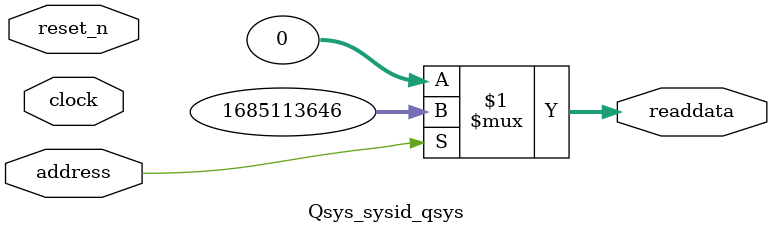
<source format=v>



// synthesis translate_off
`timescale 1ns / 1ps
// synthesis translate_on

// turn off superfluous verilog processor warnings 
// altera message_level Level1 
// altera message_off 10034 10035 10036 10037 10230 10240 10030 

module Qsys_sysid_qsys (
               // inputs:
                address,
                clock,
                reset_n,

               // outputs:
                readdata
             )
;

  output  [ 31: 0] readdata;
  input            address;
  input            clock;
  input            reset_n;

  wire    [ 31: 0] readdata;
  //control_slave, which is an e_avalon_slave
  assign readdata = address ? 1685113646 : 0;

endmodule



</source>
